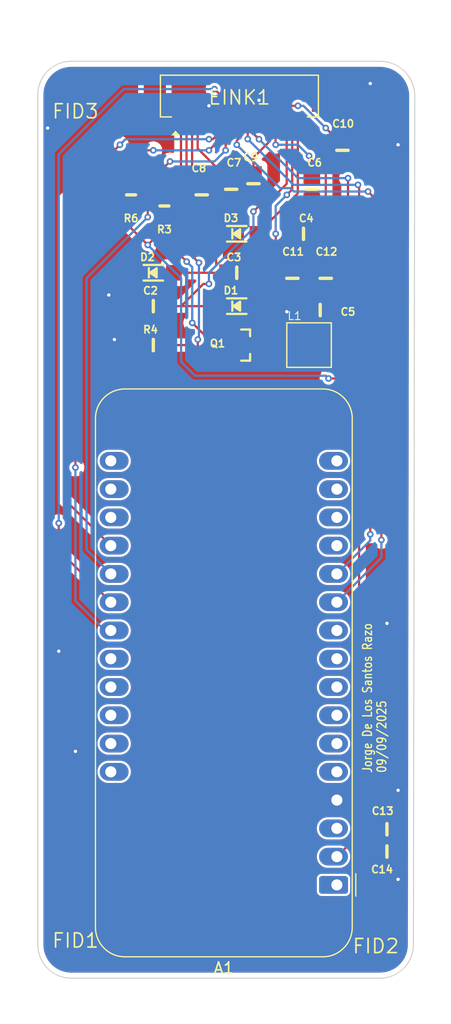
<source format=kicad_pcb>
(kicad_pcb (version 20241229) (generator "pcbnew") (generator_version "9.0")
  (layers (0 "F.Cu" signal) (2 "B.Cu" signal) (13 "F.Paste" user) (15 "B.Paste" user) (5 "F.SilkS" user "F.Silkscreen") (7 "B.SilkS" user "B.Silkscreen") (1 "F.Mask" user) (3 "B.Mask" user) (25 "Edge.Cuts" user))
  (net 0 "")
  (net 3 "3.3V")
  (net 5 "GND")
  (net 8 "/DISPCS")
  (net 14 "/DC")
  (net 18 "/BUSY")
  (net 22 "/MOSI")
  (net 24 "/SCLK")
  (net 26 "/RESET")
  (net 27 "/VGH")
  (net 28 "Net-(L1-1)")
  (net 29 "Net-(C3-Pad2)")
  (net 30 "/VGL")
  (net 31 "Net-(EINK1-VPP)")
  (net 32 "Net-(EINK1-VSH2)")
  (net 33 "Net-(EINK1-VGL{slash}NC)")
  (net 34 "Net-(EINK1-VDD)")
  (net 35 "Net-(EINK1-VSH1)")
  (net 36 "Net-(EINK1-VSL)")
  (net 37 "Net-(EINK1-VCOM)")
  (net 38 "/RESE")
  (net 39 "/TSDA")
  (net 40 "/GDR")
  (net 41 "/TSCL")
  (footprint "Adafruit eInk Breakout Friend:SOD-123" (layer "F.Cu") (at 120 73.5)
    (property "Reference" "D2" (at -1.27 -1.016 0) (layer "F.SilkS") (effects (font (size 0.666496 0.666496) (thickness 0.146304)) (justify left bottom)))
    (property "Value" "MBR0530")
    (fp_line (start -0.873 -0.7) (end 0.873 -0.7) (stroke (width 0.2032)) (layer "F.SilkS"))
    (fp_line (start -0.3 0) (end 0.3 -0.4) (stroke (width 0.2032)) (layer "F.SilkS"))
    (fp_line (start 0.3 -0.4) (end 0.3 0.4) (stroke (width 0.2032)) (layer "F.SilkS"))
    (fp_line (start 0.3 0.4) (end -0.3 0) (stroke (width 0.2032)) (layer "F.SilkS"))
    (fp_line (start 0.873 0.7) (end -0.873 0.7) (stroke (width 0.2032)) (layer "F.SilkS"))
    (fp_poly (pts (xy 0.3016 0.389841) (xy -0.283162 0) (xy 0.3016 -0.389841)) (fill yes) (layer "F.SilkS"))
    (fp_poly (pts (xy -0.5 0.5) (xy -0.3 0.5) (xy -0.3 -0.5) (xy -0.5 -0.5)) (fill yes) (layer "F.SilkS"))
    (pad "A" smd rect (at 1.85 0 90) (size 1.4 1.4) (layers "F.Cu" "F.Mask" "F.Paste") (net 29 "Net-(C3-Pad2)"))
    (pad "C" smd rect (at -1.85 0 90) (size 1.4 1.4) (layers "F.Cu" "F.Mask" "F.Paste") (net 5 "GND"))
  )
  (footprint "Adafruit eInk Breakout Friend:0805-NO" (layer "F.Cu") (at 135.5 74 90)
    (property "Reference" "C12" (at 2 -1 0) (layer "F.SilkS") (effects (font (size 0.666496 0.666496) (thickness 0.146304)) (justify left bottom)))
    (property "Value" "1uF")
    (fp_line (start 0 -0.508) (end 0 0.508) (stroke (width 0.3048)) (layer "F.SilkS"))
    (pad "1" smd rect (at -0.95 0 90) (size 1.24 1.5) (layers "F.Cu" "F.Mask" "F.Paste") (net 5 "GND"))
    (pad "2" smd rect (at 0.95 0 90) (size 1.24 1.5) (layers "F.Cu" "F.Mask" "F.Paste") (net 37 "Net-(EINK1-VCOM)"))
  )
  (footprint "Adafruit eInk Breakout Friend:FIDUCIAL_1MM" (layer "F.Cu") (at 140 132)
    (property "Reference" "FID2" (at 0 2 0) (layer "F.SilkS") (effects (font (size 1.27 1.27))))
    (property "Value" "FIDUCIAL_1MM")
    (pad "1" smd roundrect (at 0 0) (size 1 1) (layers "F.Cu" "F.Mask") (roundrect_rratio 0.5))
  )
  (footprint "Adafruit eInk Breakout Friend:0805-NO" (layer "F.Cu") (at 129 65.5 90)
    (property "Reference" "C9" (at 2 -1 0) (layer "F.SilkS") (effects (font (size 0.666496 0.666496) (thickness 0.146304)) (justify left bottom)))
    (property "Value" "1uF")
    (fp_line (start 0 -0.508) (end 0 0.508) (stroke (width 0.3048)) (layer "F.SilkS"))
    (pad "1" smd rect (at -0.95 0 90) (size 1.24 1.5) (layers "F.Cu" "F.Mask" "F.Paste") (net 5 "GND"))
    (pad "2" smd rect (at 0.95 0 90) (size 1.24 1.5) (layers "F.Cu" "F.Mask" "F.Paste") (net 34 "Net-(EINK1-VDD)"))
  )
  (footprint "Adafruit eInk Breakout Friend:0805-NO" (layer "F.Cu") (at 137 62.5 90)
    (property "Reference" "C10" (at 2 -1 0) (layer "F.SilkS") (effects (font (size 0.666496 0.666496) (thickness 0.146304)) (justify left bottom)))
    (property "Value" "1uF")
    (fp_line (start 0 -0.508) (end 0 0.508) (stroke (width 0.3048)) (layer "F.SilkS"))
    (pad "1" smd rect (at -0.95 0 90) (size 1.24 1.5) (layers "F.Cu" "F.Mask" "F.Paste") (net 5 "GND"))
    (pad "2" smd rect (at 0.95 0 90) (size 1.24 1.5) (layers "F.Cu" "F.Mask" "F.Paste") (net 35 "Net-(EINK1-VSH1)"))
  )
  (footprint "Adafruit eInk Breakout Friend:0805-NO" (layer "F.Cu") (at 133.5 70)
    (property "Reference" "C4" (at -0.5 -1 0) (layer "F.SilkS") (effects (font (size 0.666496 0.666496) (thickness 0.146304)) (justify left bottom)))
    (property "Value" "1uF")
    (fp_line (start 0 -0.508) (end 0 0.508) (stroke (width 0.3048)) (layer "F.SilkS"))
    (pad "1" smd rect (at -0.95 0) (size 1.24 1.5) (layers "F.Cu" "F.Mask" "F.Paste") (net 30 "/VGL"))
    (pad "2" smd rect (at 0.95 0) (size 1.24 1.5) (layers "F.Cu" "F.Mask" "F.Paste") (net 5 "GND"))
  )
  (footprint "Adafruit eInk Breakout Friend:SOD-123" (layer "F.Cu") (at 127.5 76.5)
    (property "Reference" "D1" (at -1.27 -1.016 0) (layer "F.SilkS") (effects (font (size 0.666496 0.666496) (thickness 0.146304)) (justify left bottom)))
    (property "Value" "MBR0530")
    (fp_line (start -0.873 -0.7) (end 0.873 -0.7) (stroke (width 0.2032)) (layer "F.SilkS"))
    (fp_line (start -0.3 0) (end 0.3 -0.4) (stroke (width 0.2032)) (layer "F.SilkS"))
    (fp_line (start 0.3 -0.4) (end 0.3 0.4) (stroke (width 0.2032)) (layer "F.SilkS"))
    (fp_line (start 0.3 0.4) (end -0.3 0) (stroke (width 0.2032)) (layer "F.SilkS"))
    (fp_line (start 0.873 0.7) (end -0.873 0.7) (stroke (width 0.2032)) (layer "F.SilkS"))
    (fp_poly (pts (xy 0.3016 0.389841) (xy -0.283162 0) (xy 0.3016 -0.389841)) (fill yes) (layer "F.SilkS"))
    (fp_poly (pts (xy -0.5 0.5) (xy -0.3 0.5) (xy -0.3 -0.5) (xy -0.5 -0.5)) (fill yes) (layer "F.SilkS"))
    (pad "A" smd rect (at 1.85 0 90) (size 1.4 1.4) (layers "F.Cu" "F.Mask" "F.Paste") (net 28 "Net-(L1-1)"))
    (pad "C" smd rect (at -1.85 0 90) (size 1.4 1.4) (layers "F.Cu" "F.Mask" "F.Paste") (net 27 "/VGH"))
  )
  (footprint "Adafruit eInk Breakout Friend:FIDUCIAL_1MM" (layer "F.Cu") (at 113 57)
    (property "Reference" "FID3" (at 0 2 0) (layer "F.SilkS") (effects (font (size 1.27 1.27))))
    (property "Value" "FIDUCIAL_1MM")
    (pad "1" smd roundrect (at 0 0) (size 1 1) (layers "F.Cu" "F.Mask") (roundrect_rratio 0.5))
  )
  (footprint "Adafruit eInk Breakout Friend:0603-NO" (layer "F.Cu") (at 118 66.5 -90)
    (property "Reference" "R6" (at 2.5 0.75 0) (layer "F.SilkS") (effects (font (size 0.666496 0.666496) (thickness 0.146304)) (justify left bottom)))
    (property "Value" "100K")
    (fp_line (start 0 -0.4) (end 0 0.4) (stroke (width 0.3048)) (layer "F.SilkS"))
    (pad "1" smd rect (at -0.85 0 270) (size 1.075 1) (layers "F.Cu" "F.Mask" "F.Paste") (net 26 "/RESET"))
    (pad "2" smd rect (at 0.85 0 270) (size 1.075 1) (layers "F.Cu" "F.Mask" "F.Paste") (net 3 "3.3V"))
  )
  (footprint "Adafruit eInk Breakout Friend:0805-NO" (layer "F.Cu") (at 124.35 66.5 90)
    (property "Reference" "C8" (at 2 -1 0) (layer "F.SilkS") (effects (font (size 0.666496 0.666496) (thickness 0.146304)) (justify left bottom)))
    (property "Value" "1uF")
    (fp_line (start 0 -0.508) (end 0 0.508) (stroke (width 0.3048)) (layer "F.SilkS"))
    (pad "1" smd rect (at -0.95 0 90) (size 1.24 1.5) (layers "F.Cu" "F.Mask" "F.Paste") (net 5 "GND"))
    (pad "2" smd rect (at 0.95 0 90) (size 1.24 1.5) (layers "F.Cu" "F.Mask" "F.Paste") (net 33 "Net-(EINK1-VGL{slash}NC)"))
  )
  (footprint "Module:Adafruit_Feather" (layer "F.Cu") (at 136.5 128.5 180)
    (property "Reference" "A1" (at 10.16 -7.46 0) (layer "F.SilkS"))
    (property "Value" "Adafruit_Feather_HUZZAH32_ESP32")
    (fp_line (start 21.7 -3.81) (end 21.7 41.91) (stroke (width 0.12)) (layer "F.SilkS"))
    (fp_line (start 19.05 44.56) (end 1.27 44.56) (stroke (width 0.12)) (layer "F.SilkS"))
    (fp_line (start 19.05 -6.46) (end 1.27 -6.46) (stroke (width 0.12)) (layer "F.SilkS"))
    (fp_line (start -1.38 -3.81) (end -1.38 41.91) (stroke (width 0.12)) (layer "F.SilkS"))
    (fp_line (start -1.7 1) (end -1.7 -1) (stroke (width 0.12)) (layer "F.SilkS"))
    (fp_arc (start 21.7 41.91) (mid 20.923833 43.783833) (end 19.05 44.56) (stroke (width 0.12)) (layer "F.SilkS"))
    (fp_arc (start 19.05 -6.46) (mid 20.923833 -5.683833) (end 21.7 -3.81) (stroke (width 0.12)) (layer "F.SilkS"))
    (fp_arc (start 1.27 44.56) (mid -0.603833 43.783833) (end -1.38 41.91) (stroke (width 0.12)) (layer "F.SilkS"))
    (fp_arc (start -1.38 -3.81) (mid -0.603833 -5.683833) (end 1.27 -6.46) (stroke (width 0.12)) (layer "F.SilkS"))
    (pad "1" thru_hole roundrect (at 0 0 180) (size 2.6 1.6) (drill 1 (offset 0.3 0)) (layers "*.Cu" "*.Mask") (roundrect_rratio 0.15625))
    (pad "2" thru_hole oval (at 0 2.54 180) (size 2.6 1.6) (drill 1 (offset 0.3 0)) (layers "*.Cu" "*.Mask") (net 3 "3.3V"))
    (pad "3" thru_hole oval (at 0 5.08 180) (size 2.6 1.6) (drill 1 (offset 0.3 0)) (layers "*.Cu" "*.Mask"))
    (pad "4" thru_hole oval (at 0 7.62 180) (size 2.6 1.6) (drill 1 (offset 0.3 0)) (layers "*.Cu" "*.Mask") (net 5 "GND"))
    (pad "5" thru_hole oval (at 0 10.16 180) (size 2.6 1.6) (drill 1 (offset 0.3 0)) (layers "*.Cu" "*.Mask"))
    (pad "6" thru_hole oval (at 0 12.7 180) (size 2.6 1.6) (drill 1 (offset 0.3 0)) (layers "*.Cu" "*.Mask"))
    (pad "7" thru_hole oval (at 0 15.24 180) (size 2.6 1.6) (drill 1 (offset 0.3 0)) (layers "*.Cu" "*.Mask"))
    (pad "8" thru_hole oval (at 0 17.78 180) (size 2.6 1.6) (drill 1 (offset 0.3 0)) (layers "*.Cu" "*.Mask"))
    (pad "9" thru_hole oval (at 0 20.32 180) (size 2.6 1.6) (drill 1 (offset 0.3 0)) (layers "*.Cu" "*.Mask"))
    (pad "10" thru_hole oval (at 0 22.86 180) (size 2.6 1.6) (drill 1 (offset 0.3 0)) (layers "*.Cu" "*.Mask"))
    (pad "11" thru_hole oval (at 0 25.4 180) (size 2.6 1.6) (drill 1 (offset 0.3 0)) (layers "*.Cu" "*.Mask") (net 24 "/SCLK"))
    (pad "12" thru_hole oval (at 0 27.94 180) (size 2.6 1.6) (drill 1 (offset 0.3 0)) (layers "*.Cu" "*.Mask") (net 22 "/MOSI"))
    (pad "13" thru_hole oval (at 0 30.48 180) (size 2.6 1.6) (drill 1 (offset 0.3 0)) (layers "*.Cu" "*.Mask"))
    (pad "14" thru_hole oval (at 0 33.02 180) (size 2.6 1.6) (drill 1 (offset 0.3 0)) (layers "*.Cu" "*.Mask"))
    (pad "15" thru_hole oval (at 0 35.56 180) (size 2.6 1.6) (drill 1 (offset 0.3 0)) (layers "*.Cu" "*.Mask"))
    (pad "16" thru_hole oval (at 0 38.1 180) (size 2.6 1.6) (drill 1 (offset 0.3 0)) (layers "*.Cu" "*.Mask"))
    (pad "17" thru_hole oval (at 20.32 38.1) (size 2.6 1.6) (drill 1 (offset 0.3 0)) (layers "*.Cu" "*.Mask"))
    (pad "18" thru_hole oval (at 20.32 35.56) (size 2.6 1.6) (drill 1 (offset 0.3 0)) (layers "*.Cu" "*.Mask"))
    (pad "19" thru_hole oval (at 20.32 33.02) (size 2.6 1.6) (drill 1 (offset 0.3 0)) (layers "*.Cu" "*.Mask"))
    (pad "20" thru_hole oval (at 20.32 30.48) (size 2.6 1.6) (drill 1 (offset 0.3 0)) (layers "*.Cu" "*.Mask") (net 18 "/BUSY"))
    (pad "21" thru_hole oval (at 20.32 27.94) (size 2.6 1.6) (drill 1 (offset 0.3 0)) (layers "*.Cu" "*.Mask") (net 8 "/DISPCS"))
    (pad "22" thru_hole oval (at 20.32 25.4) (size 2.6 1.6) (drill 1 (offset 0.3 0)) (layers "*.Cu" "*.Mask") (net 14 "/DC"))
    (pad "23" thru_hole oval (at 20.32 22.86) (size 2.6 1.6) (drill 1 (offset 0.3 0)) (layers "*.Cu" "*.Mask") (net 26 "/RESET"))
    (pad "24" thru_hole oval (at 20.32 20.32) (size 2.6 1.6) (drill 1 (offset 0.3 0)) (layers "*.Cu" "*.Mask"))
    (pad "25" thru_hole oval (at 20.32 17.78) (size 2.6 1.6) (drill 1 (offset 0.3 0)) (layers "*.Cu" "*.Mask"))
    (pad "26" thru_hole oval (at 20.32 15.24) (size 2.6 1.6) (drill 1 (offset 0.3 0)) (layers "*.Cu" "*.Mask"))
    (pad "27" thru_hole oval (at 20.32 12.7) (size 2.6 1.6) (drill 1 (offset 0.3 0)) (layers "*.Cu" "*.Mask"))
    (pad "28" thru_hole oval (at 20.32 10.16) (size 2.6 1.6) (drill 1 (offset 0.3 0)) (layers "*.Cu" "*.Mask"))
  )
  (footprint "Adafruit eInk Breakout Friend:0805-NO" (layer "F.Cu") (at 141 125.5 180)
    (property "Reference" "C14" (at 1.5 -2 0) (layer "F.SilkS") (effects (font (size 0.666496 0.666496) (thickness 0.146304)) (justify left bottom)))
    (property "Value" "10uF")
    (fp_line (start 0 -0.508) (end 0 0.508) (stroke (width 0.3048)) (layer "F.SilkS"))
    (pad "1" smd rect (at -0.95 0 180) (size 1.24 1.5) (layers "F.Cu" "F.Mask" "F.Paste") (net 5 "GND"))
    (pad "2" smd rect (at 0.95 0 180) (size 1.24 1.5) (layers "F.Cu" "F.Mask" "F.Paste") (net 3 "3.3V"))
  )
  (footprint "Adafruit eInk Breakout Friend:0805-NO" (layer "F.Cu") (at 120 76.5 180)
    (property "Reference" "C2" (at 1 1 0) (layer "F.SilkS") (effects (font (size 0.666496 0.666496) (thickness 0.146304)) (justify left bottom)))
    (property "Value" "1uF")
    (fp_line (start 0 -0.508) (end 0 0.508) (stroke (width 0.3048)) (layer "F.SilkS"))
    (pad "1" smd rect (at -0.95 0 180) (size 1.24 1.5) (layers "F.Cu" "F.Mask" "F.Paste") (net 27 "/VGH"))
    (pad "2" smd rect (at 0.95 0 180) (size 1.24 1.5) (layers "F.Cu" "F.Mask" "F.Paste") (net 5 "GND"))
  )
  (footprint "Adafruit eInk Breakout Friend:SOD-123" (layer "F.Cu") (at 127.5 70)
    (property "Reference" "D3" (at -1.27 -1.016 0) (layer "F.SilkS") (effects (font (size 0.666496 0.666496) (thickness 0.146304)) (justify left bottom)))
    (property "Value" "MBR0530")
    (fp_line (start -0.873 -0.7) (end 0.873 -0.7) (stroke (width 0.2032)) (layer "F.SilkS"))
    (fp_line (start -0.3 0) (end 0.3 -0.4) (stroke (width 0.2032)) (layer "F.SilkS"))
    (fp_line (start 0.3 -0.4) (end 0.3 0.4) (stroke (width 0.2032)) (layer "F.SilkS"))
    (fp_line (start 0.3 0.4) (end -0.3 0) (stroke (width 0.2032)) (layer "F.SilkS"))
    (fp_line (start 0.873 0.7) (end -0.873 0.7) (stroke (width 0.2032)) (layer "F.SilkS"))
    (fp_poly (pts (xy 0.3016 0.389841) (xy -0.283162 0) (xy 0.3016 -0.389841)) (fill yes) (layer "F.SilkS"))
    (fp_poly (pts (xy -0.5 0.5) (xy -0.3 0.5) (xy -0.3 -0.5) (xy -0.5 -0.5)) (fill yes) (layer "F.SilkS"))
    (pad "A" smd rect (at 1.85 0 90) (size 1.4 1.4) (layers "F.Cu" "F.Mask" "F.Paste") (net 30 "/VGL"))
    (pad "C" smd rect (at -1.85 0 90) (size 1.4 1.4) (layers "F.Cu" "F.Mask" "F.Paste") (net 29 "Net-(C3-Pad2)"))
  )
  (footprint "Adafruit eInk Breakout Friend:0805-NO" (layer "F.Cu") (at 127 66 90)
    (property "Reference" "C7" (at 2 -0.5 0) (layer "F.SilkS") (effects (font (size 0.666496 0.666496) (thickness 0.146304)) (justify left bottom)))
    (property "Value" "1uF")
    (fp_line (start 0 -0.508) (end 0 0.508) (stroke (width 0.3048)) (layer "F.SilkS"))
    (pad "1" smd rect (at -0.95 0 90) (size 1.24 1.5) (layers "F.Cu" "F.Mask" "F.Paste") (net 5 "GND"))
    (pad "2" smd rect (at 0.95 0 90) (size 1.24 1.5) (layers "F.Cu" "F.Mask" "F.Paste") (net 32 "Net-(EINK1-VSH2)"))
  )
  (footprint "Adafruit eInk Breakout Friend:0805-NO" (layer "F.Cu") (at 135 76.85)
    (property "Reference" "C5" (at 1.75 0.55 0) (layer "F.SilkS") (effects (font (size 0.666496 0.666496) (thickness 0.146304)) (justify left bottom)))
    (property "Value" "10uF")
    (fp_line (start 0 -0.508) (end 0 0.508) (stroke (width 0.3048)) (layer "F.SilkS"))
    (pad "1" smd rect (at -0.95 0) (size 1.24 1.5) (layers "F.Cu" "F.Mask" "F.Paste") (net 5 "GND"))
    (pad "2" smd rect (at 0.95 0) (size 1.24 1.5) (layers "F.Cu" "F.Mask" "F.Paste") (net 3 "3.3V"))
  )
  (footprint "Adafruit eInk Breakout Friend:0805-NO" (layer "F.Cu") (at 141 123.5 180)
    (property "Reference" "C13" (at 1.45 1.25 0) (layer "F.SilkS") (effects (font (size 0.666496 0.666496) (thickness 0.146304)) (justify left bottom)))
    (property "Value" "0.1uF")
    (fp_line (start 0 -0.508) (end 0 0.508) (stroke (width 0.3048)) (layer "F.SilkS"))
    (pad "1" smd rect (at -0.95 0 180) (size 1.24 1.5) (layers "F.Cu" "F.Mask" "F.Paste") (net 5 "GND"))
    (pad "2" smd rect (at 0.95 0 180) (size 1.24 1.5) (layers "F.Cu" "F.Mask" "F.Paste") (net 3 "3.3V"))
  )
  (footprint "Adafruit eInk Breakout Friend:0805-NO" (layer "F.Cu") (at 132.5 74 90)
    (property "Reference" "C11" (at 2 -1 0) (layer "F.SilkS") (effects (font (size 0.666496 0.666496) (thickness 0.146304)) (justify left bottom)))
    (property "Value" "1uF")
    (fp_line (start 0 -0.508) (end 0 0.508) (stroke (width 0.3048)) (layer "F.SilkS"))
    (pad "1" smd rect (at -0.95 0 90) (size 1.24 1.5) (layers "F.Cu" "F.Mask" "F.Paste") (net 5 "GND"))
    (pad "2" smd rect (at 0.95 0 90) (size 1.24 1.5) (layers "F.Cu" "F.Mask" "F.Paste") (net 36 "Net-(EINK1-VSL)"))
  )
  (footprint "Adafruit eInk Breakout Friend:FIDUCIAL_1MM" (layer "F.Cu") (at 113 131.5)
    (property "Reference" "FID1" (at 0 2 0) (layer "F.SilkS") (effects (font (size 1.27 1.27))))
    (property "Value" "FIDUCIAL_1MM")
    (pad "1" smd roundrect (at 0 0) (size 1 1) (layers "F.Cu" "F.Mask") (roundrect_rratio 0.5))
  )
  (footprint "Adafruit eInk Breakout Friend:0805-NO" (layer "F.Cu") (at 120 80 180)
    (property "Reference" "R4" (at 1 1 0) (layer "F.SilkS") (effects (font (size 0.666496 0.666496) (thickness 0.146304)) (justify left bottom)))
    (property "Value" "0.47ohm")
    (fp_line (start 0 -0.508) (end 0 0.508) (stroke (width 0.3048)) (layer "F.SilkS"))
    (pad "1" smd rect (at -0.95 0 180) (size 1.24 1.5) (layers "F.Cu" "F.Mask" "F.Paste") (net 38 "/RESE"))
    (pad "2" smd rect (at 0.95 0 180) (size 1.24 1.5) (layers "F.Cu" "F.Mask" "F.Paste") (net 5 "GND"))
  )
  (footprint "Adafruit eInk Breakout Friend:SOT23-3" (layer "F.Cu") (at 128 80 -90)
    (property "Reference" "Q1" (at 0.25 3 0) (layer "F.SilkS") (effects (font (size 0.673888 0.673888) (thickness 0.146304) (bold yes)) (justify left bottom)))
    (property "Value" "IRLML0100")
    (fp_line (start -1.4 -0.7) (end -1.4 0.1) (stroke (width 0.2032)) (layer "F.SilkS"))
    (fp_line (start -0.8 -0.7) (end -1.4 -0.7) (stroke (width 0.2032)) (layer "F.SilkS"))
    (fp_line (start 0.8 -0.7) (end 1.4 -0.7) (stroke (width 0.2032)) (layer "F.SilkS"))
    (fp_line (start 1.4 -0.7) (end 1.4 0.1) (stroke (width 0.2032)) (layer "F.SilkS"))
    (pad "1" smd rect (at -0.95 1 270) (size 0.8 0.9) (layers "F.Cu" "F.Mask" "F.Paste") (net 40 "/GDR"))
    (pad "2" smd rect (at 0.95 1 270) (size 0.8 0.9) (layers "F.Cu" "F.Mask" "F.Paste") (net 38 "/RESE"))
    (pad "3" smd rect (at 0 -1.1 270) (size 0.8 0.9) (layers "F.Cu" "F.Mask" "F.Paste") (net 28 "Net-(L1-1)"))
  )
  (footprint "Adafruit eInk Breakout Friend:0603-NO" (layer "F.Cu") (at 121 67.5 -90)
    (property "Reference" "R3" (at 2.5 0.75 0) (layer "F.SilkS") (effects (font (size 0.666496 0.666496) (thickness 0.146304)) (justify left bottom)))
    (property "Value" "100K")
    (fp_line (start 0 -0.4) (end 0 0.4) (stroke (width 0.3048)) (layer "F.SilkS"))
    (pad "1" smd rect (at -0.85 0 270) (size 1.075 1) (layers "F.Cu" "F.Mask" "F.Paste") (net 8 "/DISPCS"))
    (pad "2" smd rect (at 0.85 0 270) (size 1.075 1) (layers "F.Cu" "F.Mask" "F.Paste") (net 3 "3.3V"))
  )
  (footprint "Adafruit eInk Breakout Friend:INDUCTOR_4X4MM_NR401" (layer "F.Cu") (at 134 80)
    (property "Reference" "L1" (at -2 -2.2 0) (layer "F.SilkS") (effects (font (size 0.715264 0.715264) (thickness 0.097536)) (justify left bottom)))
    (property "Value" "10uH")
    (fp_line (start -2 -2) (end 2 -2) (stroke (width 0.127)) (layer "F.SilkS"))
    (fp_line (start -2 2) (end -2 -2) (stroke (width 0.127)) (layer "F.SilkS"))
    (fp_line (start 2 -2) (end 2 2) (stroke (width 0.127)) (layer "F.SilkS"))
    (fp_line (start 2 2) (end -2 2) (stroke (width 0.127)) (layer "F.SilkS"))
    (pad "P$1" smd rect (at -1.4 0) (size 1.2 3.7) (layers "F.Cu" "F.Mask" "F.Paste") (net 28 "Net-(L1-1)"))
    (pad "P$2" smd rect (at 1.4 0) (size 1.2 3.7) (layers "F.Cu" "F.Mask" "F.Paste") (net 3 "3.3V"))
  )
  (footprint "Adafruit eInk Breakout Friend:0805-NO" (layer "F.Cu") (at 134.25 66 90)
    (property "Reference" "C6" (at 2 -0.5 0) (layer "F.SilkS") (effects (font (size 0.666496 0.666496) (thickness 0.146304)) (justify left bottom)))
    (property "Value" "1uF")
    (fp_line (start 0 -0.508) (end 0 0.508) (stroke (width 0.3048)) (layer "F.SilkS"))
    (pad "1" smd rect (at -0.95 0 90) (size 1.24 1.5) (layers "F.Cu" "F.Mask" "F.Paste") (net 5 "GND"))
    (pad "2" smd rect (at 0.95 0 90) (size 1.24 1.5) (layers "F.Cu" "F.Mask" "F.Paste") (net 31 "Net-(EINK1-VPP)"))
  )
  (footprint "Adafruit eInk Breakout Friend:EINK_24PIN" (layer "F.Cu") (at 127.73675 57.75)
    (property "Reference" "EINK1" (at 0 0 0) (layer "F.SilkS") (effects (font (size 1.27 1.27))))
    (property "Value" "EINK_24PIN_CONNECTOR")
    (fp_line (start -7.1 -2) (end 7.1 -2) (stroke (width 0.127)) (layer "F.SilkS"))
    (fp_line (start -7.1 1.75) (end -7.1 -2) (stroke (width 0.127)) (layer "F.SilkS"))
    (fp_line (start -6.1 1.75) (end -7.1 1.75) (stroke (width 0.127)) (layer "F.SilkS"))
    (fp_line (start 7.1 -2) (end 7.1 1.75) (stroke (width 0.127)) (layer "F.SilkS"))
    (fp_line (start 7.1 1.75) (end 6.1 1.75) (stroke (width 0.127)) (layer "F.SilkS"))
    (fp_poly (pts (xy -5.343004 3.4165) (xy -6.136996 3.4165) (xy -5.74 2.977304)) (fill yes) (layer "F.SilkS"))
    (pad "1" smd rect (at -5.75 2.25) (size 0.275 1.25) (layers "F.Cu" "F.Mask" "F.Paste"))
    (pad "2" smd rect (at -5.25 2.25) (size 0.275 1.25) (layers "F.Cu" "F.Mask" "F.Paste") (net 40 "/GDR"))
    (pad "3" smd rect (at -4.75 2.25) (size 0.275 1.25) (layers "F.Cu" "F.Mask" "F.Paste") (net 38 "/RESE"))
    (pad "4" smd rect (at -4.25 2.25) (size 0.275 1.25) (layers "F.Cu" "F.Mask" "F.Paste") (net 33 "Net-(EINK1-VGL{slash}NC)"))
    (pad "5" smd rect (at -3.75 2.25) (size 0.275 1.25) (layers "F.Cu" "F.Mask" "F.Paste") (net 32 "Net-(EINK1-VSH2)"))
    (pad "6" smd rect (at -3.25 2.25) (size 0.275 1.25) (layers "F.Cu" "F.Mask" "F.Paste") (net 41 "/TSCL"))
    (pad "7" smd rect (at -2.75 2.25) (size 0.275 1.25) (layers "F.Cu" "F.Mask" "F.Paste") (net 39 "/TSDA"))
    (pad "8" smd rect (at -2.25 2.25) (size 0.275 1.25) (layers "F.Cu" "F.Mask" "F.Paste") (net 5 "GND"))
    (pad "9" smd rect (at -1.75 2.25) (size 0.275 1.25) (layers "F.Cu" "F.Mask" "F.Paste") (net 18 "/BUSY"))
    (pad "10" smd rect (at -1.25 2.25) (size 0.275 1.25) (layers "F.Cu" "F.Mask" "F.Paste") (net 26 "/RESET"))
    (pad "11" smd rect (at -0.75 2.25) (size 0.275 1.25) (layers "F.Cu" "F.Mask" "F.Paste") (net 14 "/DC"))
    (pad "12" smd rect (at -0.25 2.25) (size 0.275 1.25) (layers "F.Cu" "F.Mask" "F.Paste") (net 8 "/DISPCS"))
    (pad "13" smd rect (at 0.25 2.25) (size 0.275 1.25) (layers "F.Cu" "F.Mask" "F.Paste") (net 24 "/SCLK"))
    (pad "14" smd rect (at 0.75 2.25) (size 0.275 1.25) (layers "F.Cu" "F.Mask" "F.Paste") (net 22 "/MOSI"))
    (pad "15" smd rect (at 1.25 2.25) (size 0.275 1.25) (layers "F.Cu" "F.Mask" "F.Paste") (net 3 "3.3V"))
    (pad "16" smd rect (at 1.75 2.25) (size 0.275 1.25) (layers "F.Cu" "F.Mask" "F.Paste") (net 3 "3.3V"))
    (pad "17" smd rect (at 2.25 2.25) (size 0.275 1.25) (layers "F.Cu" "F.Mask" "F.Paste") (net 5 "GND"))
    (pad "18" smd rect (at 2.75 2.25) (size 0.275 1.25) (layers "F.Cu" "F.Mask" "F.Paste") (net 34 "Net-(EINK1-VDD)"))
    (pad "19" smd rect (at 3.25 2.25) (size 0.275 1.25) (layers "F.Cu" "F.Mask" "F.Paste") (net 31 "Net-(EINK1-VPP)"))
    (pad "20" smd rect (at 3.75 2.25) (size 0.275 1.25) (layers "F.Cu" "F.Mask" "F.Paste") (net 35 "Net-(EINK1-VSH1)"))
    (pad "21" smd rect (at 4.25 2.25) (size 0.275 1.25) (layers "F.Cu" "F.Mask" "F.Paste") (net 27 "/VGH"))
    (pad "22" smd rect (at 4.75 2.25) (size 0.275 1.25) (layers "F.Cu" "F.Mask" "F.Paste") (net 36 "Net-(EINK1-VSL)"))
    (pad "23" smd rect (at 5.25 2.25) (size 0.275 1.25) (layers "F.Cu" "F.Mask" "F.Paste") (net 30 "/VGL"))
    (pad "24" smd rect (at 5.75 2.25) (size 0.275 1.25) (layers "F.Cu" "F.Mask" "F.Paste") (net 37 "Net-(EINK1-VCOM)"))
    (pad "SPRT1" smd rect (at -7.6 -0.21 270) (size 3 2) (layers "F.Cu" "F.Mask" "F.Paste"))
    (pad "SPRT2" smd rect (at 7.51 -0.21 270) (size 3 2) (layers "F.Cu" "F.Mask" "F.Paste"))
  )
  (footprint "Adafruit eInk Breakout Friend:0805-NO" (layer "F.Cu") (at 127.5 73.5 180)
    (property "Reference" "C3" (at 1 1 0) (layer "F.SilkS") (effects (font (size 0.666496 0.666496) (thickness 0.146304)) (justify left bottom)))
    (property "Value" "10uF")
    (fp_line (start 0 -0.508) (end 0 0.508) (stroke (width 0.3048)) (layer "F.SilkS"))
    (pad "1" smd rect (at -0.95 0 180) (size 1.24 1.5) (layers "F.Cu" "F.Mask" "F.Paste") (net 28 "Net-(L1-1)"))
    (pad "2" smd rect (at 0.95 0 180) (size 1.24 1.5) (layers "F.Cu" "F.Mask" "F.Paste") (net 29 "Net-(C3-Pad2)"))
  )
  (gr_arc (start 112.62132 136.87868) (mid 110.499994 136.000006) (end 109.62132 133.87868) (stroke (width 0.1)) (layer "Edge.Cuts"))
  (gr_line (start 112.6213 54.5) (end 140.37868 54.5) (stroke (width 0.1)) (layer "Edge.Cuts"))
  (gr_arc (start 143.37868 133.87868) (mid 142.500006 136.000006) (end 140.37868 136.87868) (stroke (width 0.1)) (layer "Edge.Cuts"))
  (gr_line (start 109.62132 133.8787) (end 109.62132 57.5) (stroke (width 0.1)) (layer "Edge.Cuts"))
  (gr_line (start 140.37868 136.878679) (end 112.62132 136.87868) (stroke (width 0.1)) (layer "Edge.Cuts"))
  (gr_arc (start 109.62132 57.5) (mid 110.499994 55.378674) (end 112.62132 54.5) (stroke (width 0.1)) (layer "Edge.Cuts"))
  (gr_arc (start 140.37868 54.5) (mid 142.585793 55.414212) (end 143.5 57.621327) (stroke (width 0.1)) (layer "Edge.Cuts"))
  (gr_line (start 143.5 57.621327) (end 143.37868 133.8787) (stroke (width 0.1)) (layer "Edge.Cuts"))
  (gr_text "Jorge De Los Santos Razo\n09/09/2025" (at 141 118.5 90) (layer "F.SilkS") (effects (font (size 0.8 0.6665) (thickness 0.125) (bold yes)) (justify left bottom)))
  (segment (start 119.5 71) (end 118 69.5) (width 0.2) (layer "F.Cu") (net 3))
  (segment (start 139 124.5) (end 137.96 124.5) (width 0.2) (layer "F.Cu") (net 3))
  (segment (start 137.45 82.05) (end 137.95 82.55) (width 0.2) (layer "F.Cu") (net 3))
  (segment (start 129.48675 60) (end 129 60) (width 0.2) (layer "F.Cu") (net 3))
  (segment (start 137.95 82.55) (end 138.325 82.925) (width 0.2) (layer "F.Cu") (net 3))
  (segment (start 138.5 124) (end 139 124.5) (width 0.2) (layer "F.Cu") (net 3))
  (segment (start 136.85 76.85) (end 135.95 76.85) (width 0.2) (layer "F.Cu") (net 3))
  (segment (start 137.75 82.75) (end 137.5 83) (width 0.2) (layer "F.Cu") (net 3))
  (segment (start 138.325 82.925) (end 138.5 83.1) (width 0.2) (layer "F.Cu") (net 3))
  (segment (start 137.5 83) (end 135.75 83) (width 0.2) (layer "F.Cu") (net 3))
  (segment (start 137.95 82.55) (end 137.75 82.75) (width 0.2) (layer "F.Cu") (net 3))
  (segment (start 128.98675 60.01325) (end 128.98675 60.98675) (width 0.2) (layer "F.Cu") (net 3))
  (segment (start 118 69.5) (end 118 67.35) (width 0.2) (layer "F.Cu") (net 3))
  (segment (start 137.5 77.5) (end 137.5 65) (width 0.2) (layer "F.Cu") (net 3))
  (segment (start 129 60) (end 128.98675 60) (width 0.2) (layer "F.Cu") (net 3))
  (segment (start 137.45 82.05) (end 137.5 82.1) (width 0.2) (layer "F.Cu") (net 3))
  (segment (start 137.96 124.5) (end 136.5 125.96) (width 0.2) (layer "F.Cu") (net 3))
  (segment (start 137.5 77.5) (end 136.85 76.85) (width 0.2) (layer "F.Cu") (net 3))
  (segment (start 137.5 82.1) (end 137.5 77.5) (width 0.2) (layer "F.Cu") (net 3))
  (segment (start 129 60) (end 128.98675 60.01325) (width 0.2) (layer "F.Cu") (net 3))
  (segment (start 140.05 124.5) (end 140.05 123.5) (width 0.2) (layer "F.Cu") (net 3))
  (segment (start 135.4 80) (end 137.45 82.05) (width 0.2) (layer "F.Cu") (net 3))
  (segment (start 139 124.5) (end 140.05 124.5) (width 0.2) (layer "F.Cu") (net 3))
  (segment (start 119.5 71) (end 121 69.5) (width 0.2) (layer "F.Cu") (net 3))
  (segment (start 121 69.5) (end 121 68.35) (width 0.2) (layer "F.Cu") (net 3))
  (segment (start 138.5 83.1) (end 138.5 86.5) (width 0.2) (layer "F.Cu") (net 3))
  (segment (start 138.5 86.5) (end 138.5 124) (width 0.2) (layer "F.Cu") (net 3))
  (segment (start 140.05 125.5) (end 140.05 124.5) (width 0.2) (layer "F.Cu") (net 3))
  (segment (start 128.98675 60.98675) (end 129.5 61.5) (width 0.2) (layer "F.Cu") (net 3))
  (via (at 129.5 61.5) (size 0.6) (drill 0.3) (layers "F.Cu" "B.Cu") (net 3))
  (via (at 119.5 71) (size 0.6) (drill 0.3) (layers "F.Cu" "B.Cu") (net 3))
  (via (at 137.5 65) (size 0.6) (drill 0.3) (layers "F.Cu" "B.Cu") (net 3))
  (via (at 135.75 83) (size 0.6) (drill 0.3) (layers "F.Cu" "B.Cu") (net 3))
  (segment (start 137.5 65) (end 133 65) (width 0.2) (layer "B.Cu") (net 3))
  (segment (start 123.75 82.75) (end 135.5 82.75) (width 0.2) (layer "B.Cu") (net 3))
  (segment (start 119.5 71) (end 122.5 74) (width 0.2) (layer "B.Cu") (net 3))
  (segment (start 133 65) (end 129.5 61.5) (width 0.2) (layer "B.Cu") (net 3))
  (segment (start 122.5 74) (end 122.5 81.5) (width 0.2) (layer "B.Cu") (net 3))
  (segment (start 135.5 82.75) (end 135.75 83) (width 0.2) (layer "B.Cu") (net 3))
  (segment (start 122.5 81.5) (end 123.75 82.75) (width 0.2) (layer "B.Cu") (net 3))
  (segment (start 125 58.5) (end 125.48675 58.98675) (width 0.2) (layer "F.Cu") (net 5))
  (segment (start 129.5 58) (end 129.98675 58.48675) (width 0.2) (layer "F.Cu") (net 5))
  (segment (start 129.98675 58.48675) (end 129.98675 60) (width 0.2) (layer "F.Cu") (net 5))
  (segment (start 125.48675 58.98675) (end 125.48675 60) (width 0.2) (layer "F.Cu") (net 5))
  (via (at 116.5 79.5) (size 0.6) (drill 0.3) (layers "F.Cu" "B.Cu") (net 5))
  (via (at 139.5 56.5) (size 0.6) (drill 0.3) (layers "F.Cu" "B.Cu") (net 5))
  (via (at 113 116.5) (size 0.6) (drill 0.3) (layers "F.Cu" "B.Cu") (net 5))
  (via (at 142 120) (size 0.6) (drill 0.3) (layers "F.Cu" "B.Cu") (net 5))
  (via (at 141 105) (size 0.6) (drill 0.3) (layers "F.Cu" "B.Cu") (net 5))
  (via (at 142 62) (size 0.6) (drill 0.3) (layers "F.Cu" "B.Cu") (net 5))
  (via (at 116 75.5) (size 0.6) (drill 0.3) (layers "F.Cu" "B.Cu") (net 5))
  (via (at 129.5 58) (size 0.6) (drill 0.3) (layers "F.Cu" "B.Cu") (net 5))
  (via (at 125 58.5) (size 0.6) (drill 0.3) (layers "F.Cu" "B.Cu") (net 5))
  (via (at 111.5 107.5) (size 0.6) (drill 0.3) (layers "F.Cu" "B.Cu") (net 5))
  (via (at 132 77) (size 0.6) (drill 0.3) (layers "F.Cu" "B.Cu") (net 5))
  (via (at 110.5 60.5) (size 0.6) (drill 0.3) (layers "F.Cu" "B.Cu") (net 5))
  (via (at 142 128) (size 0.6) (drill 0.3) (layers "F.Cu" "B.Cu") (net 5))
  (segment (start 119.5 65.5) (end 119.5 68.5) (width 0.2) (layer "F.Cu") (net 8))
  (segment (start 121.5 63.5) (end 121 64) (width 0.2) (layer "F.Cu") (net 8))
  (segment (start 127.48675 61.01325) (end 126.5 62) (width 0.2) (layer "F.Cu") (net 8))
  (segment (start 121 64) (end 119.5 65.5) (width 0.2) (layer "F.Cu") (net 8))
  (segment (start 126.5 62) (end 126.5 62.5) (width 0.2) (layer "F.Cu") (net 8))
  (segment (start 121 64) (end 121 66.65) (width 0.2) (layer "F.Cu") (net 8))
  (segment (start 127.48675 60) (end 127.48675 61.01325) (width 0.2) (layer "F.Cu") (net 8))
  (via (at 121.5 63.5) (size 0.6) (drill 0.3) (layers "F.Cu" "B.Cu") (net 8))
  (via (at 126.5 62.5) (size 0.6) (drill 0.3) (layers "F.Cu" "B.Cu") (net 8))
  (via (at 119.5 68.5) (size 0.6) (drill 0.3) (layers "F.Cu" "B.Cu") (net 8))
  (segment (start 126.5 62.5) (end 125.5 63.5) (width 0.2) (layer "B.Cu") (net 8))
  (segment (start 119.5 68.5) (end 114 74) (width 0.2) (layer "B.Cu") (net 8))
  (segment (start 114 98.38) (end 116.18 100.56) (width 0.2) (layer "B.Cu") (net 8))
  (segment (start 125.5 63.5) (end 121.5 63.5) (width 0.2) (layer "B.Cu") (net 8))
  (segment (start 114 74) (end 114 98.38) (width 0.2) (layer "B.Cu") (net 8))
  (segment (start 126.98675 58.48675) (end 125.5 57) (width 0.2) (layer "F.Cu") (net 14))
  (segment (start 111.5 98.42) (end 116.18 103.1) (width 0.2) (layer "F.Cu") (net 14))
  (segment (start 126.98675 60) (end 126.98675 58.48675) (width 0.2) (layer "F.Cu") (net 14))
  (segment (start 111.5 96) (end 111.5 98.42) (width 0.2) (layer "F.Cu") (net 14))
  (via (at 111.5 96) (size 0.6) (drill 0.3) (layers "F.Cu" "B.Cu") (net 14))
  (via (at 125.5 57) (size 0.6) (drill 0.3) (layers "F.Cu" "B.Cu") (net 14))
  (segment (start 111.5 62.849943) (end 111.5 96) (width 0.2) (layer "B.Cu") (net 14))
  (segment (start 117.349943 57) (end 111.5 62.849943) (width 0.2) (layer "B.Cu") (net 14))
  (segment (start 125.5 57) (end 117.349943 57) (width 0.2) (layer "B.Cu") (net 14))
  (segment (start 117 62) (end 112 67) (width 0.2) (layer "F.Cu") (net 18))
  (segment (start 125.98675 60) (end 125.98675 60.48675) (width 0.2) (layer "F.Cu") (net 18))
  (segment (start 125.35125 61.5) (end 125 61.5) (width 0.2) (layer "F.Cu") (net 18))
  (segment (start 126 60.5) (end 126 60.85125) (width 0.2) (layer "F.Cu") (net 18))
  (segment (start 125.98675 60.48675) (end 126 60.5) (width 0.2) (layer "F.Cu") (net 18))
  (segment (start 112 67) (end 112 93.84) (width 0.2) (layer "F.Cu") (net 18))
  (segment (start 112 93.84) (end 116.18 98.02) (width 0.2) (layer "F.Cu") (net 18))
  (segment (start 126 60.85125) (end 125.35125 61.5) (width 0.2) (layer "F.Cu") (net 18))
  (via (at 117 62) (size 0.6) (drill 0.3) (layers "F.Cu" "B.Cu") (net 18))
  (via (at 125 61.5) (size 0.6) (drill 0.3) (layers "F.Cu" "B.Cu") (net 18))
  (segment (start 125 61.5) (end 117.5 61.5) (width 0.2) (layer "B.Cu") (net 18))
  (segment (start 117.5 61.5) (end 117 62) (width 0.2) (layer "B.Cu") (net 18))
  (segment (start 138.5 65.702) (end 138.399 65.601) (width 0.2) (layer "F.Cu") (net 22))
  (segment (start 128.48675 60) (end 128.48675 61.48675) (width 0.2) (layer "F.Cu") (net 22))
  (segment (start 139.5 83.5) (end 139.5 97) (width 0.2) (layer "F.Cu") (net 22))
  (segment (start 138.5 82.5) (end 138.5 65.702) (width 0.2) (layer "F.Cu") (net 22))
  (segment (start 138.5 82.5) (end 139.5 83.5) (width 0.2) (layer "F.Cu") (net 22))
  (via (at 128.48675 61.48675) (size 0.6) (drill 0.3) (layers "F.Cu" "B.Cu") (net 22))
  (via (at 138.399 65.601) (size 0.6) (drill 0.3) (layers "F.Cu" "B.Cu") (net 22))
  (via (at 139.5 97) (size 0.6) (drill 0.3) (layers "F.Cu" "B.Cu") (net 22))
  (segment (start 132.601 65.601) (end 138.399 65.601) (width 0.2) (layer "B.Cu") (net 22))
  (segment (start 128.48675 61.48675) (end 132.601 65.601) (width 0.2) (layer "B.Cu") (net 22))
  (segment (start 139.5 97) (end 139.5 97.56) (width 0.2) (layer "B.Cu") (net 22))
  (segment (start 139.5 97.56) (end 136.5 100.56) (width 0.2) (layer "B.Cu") (net 22))
  (segment (start 139.298 66.202) (end 140.5 67.404) (width 0.2) (layer "F.Cu") (net 24))
  (segment (start 127.98675 60) (end 127.98675 61.136807) (width 0.2) (layer "F.Cu") (net 24))
  (segment (start 127.98675 61.136807) (end 127.5 61.623557) (width 0.2) (layer "F.Cu") (net 24))
  (segment (start 127.5 61.623557) (end 127.5 62) (width 0.2) (layer "F.Cu") (net 24))
  (segment (start 140.5 67.404) (end 140.5 97.5) (width 0.2) (layer "F.Cu") (net 24))
  (via (at 139.298 66.202) (size 0.6) (drill 0.3) (layers "F.Cu" "B.Cu") (net 24))
  (via (at 140.5 97.5) (size 0.6) (drill 0.3) (layers "F.Cu" "B.Cu") (net 24))
  (via (at 127.5 62) (size 0.6) (drill 0.3) (layers "F.Cu" "B.Cu") (net 24))
  (segment (start 127.5 62) (end 131.399 65.899) (width 0.2) (layer "B.Cu") (net 24))
  (segment (start 132.6349 66.202) (end 139.298 66.202) (width 0.2) (layer "B.Cu") (net 24))
  (segment (start 132.3319 65.899) (end 132.6349 66.202) (width 0.2) (layer "B.Cu") (net 24))
  (segment (start 140.5 97.5) (end 140.5 99.1) (width 0.2) (layer "B.Cu") (net 24))
  (segment (start 140.5 99.1) (end 136.5 103.1) (width 0.2) (layer "B.Cu") (net 24))
  (segment (start 131.399 65.899) (end 132.3319 65.899) (width 0.2) (layer "B.Cu") (net 24))
  (segment (start 120 62.5) (end 118.5 62.5) (width 0.2) (layer "F.Cu") (net 26))
  (segment (start 118.5 62.5) (end 118 63) (width 0.2) (layer "F.Cu") (net 26))
  (segment (start 126.48675 61.01325) (end 125 62.5) (width 0.2) (layer "F.Cu") (net 26))
  (segment (start 113 68) (end 113 91) (width 0.2) (layer "F.Cu") (net 26))
  (segment (start 126.48675 60) (end 126.48675 61.01325) (width 0.2) (layer "F.Cu") (net 26))
  (segment (start 118 63) (end 118 65.65) (width 0.2) (layer "F.Cu") (net 26))
  (segment (start 113 68) (end 118 63) (width 0.2) (layer "F.Cu") (net 26))
  (via (at 120 62.5) (size 0.6) (drill 0.3) (layers "F.Cu" "B.Cu") (net 26))
  (via (at 113 91) (size 0.6) (drill 0.3) (layers "F.Cu" "B.Cu") (net 26))
  (via (at 125 62.5) (size 0.6) (drill 0.3) (layers "F.Cu" "B.Cu") (net 26))
  (segment (start 125 62.5) (end 121 62.5) (width 0.2) (layer "B.Cu") (net 26))
  (segment (start 115.64 105.64) (end 116.18 105.64) (width 0.2) (layer "B.Cu") (net 26))
  (segment (start 121 62.5) (end 120 62.5) (width 0.2) (layer "B.Cu") (net 26))
  (segment (start 113 91) (end 113 103) (width 0.2) (layer "B.Cu") (net 26))
  (segment (start 113 103) (end 115.64 105.64) (width 0.2) (layer "B.Cu") (net 26))
  (segment (start 130 67.5) (end 131.98675 65.51325) (width 0.2) (layer "F.Cu") (net 27))
  (segment (start 120.95 76.5) (end 122.5 76.5) (width 0.2) (layer "F.Cu") (net 27))
  (segment (start 122.5 76.5) (end 124.5 74.5) (width 0.2) (layer "F.Cu") (net 27))
  (segment (start 124.5 74.5) (end 125 74.5) (width 0.2) (layer "F.Cu") (net 27))
  (segment (start 129.5 67.5) (end 130 67.5) (width 0.2) (layer "F.Cu") (net 27))
  (segment (start 131.98675 65.51325) (end 131.98675 60) (width 0.2) (layer "F.Cu") (net 27))
  (segment (start 122.5 76.5) (end 125.65 76.5) (width 0.2) (layer "F.Cu") (net 27))
  (segment (start 129 68) (end 129.5 67.5) (width 0.2) (layer "F.Cu") (net 27))
  (via (at 129 68) (size 0.6) (drill 0.3) (layers "F.Cu" "B.Cu") (net 27))
  (via (at 125 74.5) (size 0.6) (drill 0.3) (layers "F.Cu" "B.Cu") (net 27))
  (segment (start 125 73.5) (end 125 74.5) (width 0.2) (layer "B.Cu") (net 27))
  (segment (start 129 68) (end 129 69.5) (width 0.2) (layer "B.Cu") (net 27))
  (segment (start 129 69.5) (end 125 73.5) (width 0.2) (layer "B.Cu") (net 27))
  (segment (start 129.5 73.5) (end 128.45 73.5) (width 0.2) (layer "F.Cu") (net 28))
  (segment (start 131 78.15) (end 131 75) (width 0.2) (layer "F.Cu") (net 28))
  (segment (start 131 78.15) (end 129.35 76.5) (width 0.2) (layer "F.Cu") (net 28))
  (segment (start 131 80) (end 129.1 80) (width 0.2) (layer "F.Cu") (net 28))
  (segment (start 132.6 80) (end 131 80) (width 0.2) (layer "F.Cu") (net 28))
  (segment (start 131 75) (end 129.5 73.5) (width 0.2) (layer "F.Cu") (net 28))
  (segment (start 131 80) (end 131 78.15) (width 0.2) (layer "F.Cu") (net 28))
  (segment (start 125 73.5) (end 121.85 73.5) (width 0.2) (layer "F.Cu") (net 29))
  (segment (start 126.55 73.5) (end 125 73.5) (width 0.2) (layer "F.Cu") (net 29))
  (segment (start 125.65 72.85) (end 125.65 70) (width 0.2) (layer "F.Cu") (net 29))
  (segment (start 125 73.5) (end 125.65 72.85) (width 0.2) (layer "F.Cu") (net 29))
  (segment (start 129.35 70) (end 131.675 67.675) (width 0.2) (layer "F.Cu") (net 30))
  (segment (start 132.98675 66.36325) (end 132.98675 60) (width 0.2) (layer "F.Cu") (net 30))
  (segment (start 132.55 68.55) (end 131.675 67.675) (width 0.2) (layer "F.Cu") (net 30))
  (segment (start 132.55 70) (end 132.55 68.55) (width 0.2) (layer "F.Cu") (net 30))
  (segment (start 131.675 67.675) (end 132.98675 66.36325) (width 0.2) (layer "F.Cu") (net 30))
  (segment (start 134.25 63.25) (end 134.25 65.05) (width 0.2) (layer "F.Cu") (net 31))
  (segment (start 134 63) (end 134.25 63.25) (width 0.2) (layer "F.Cu") (net 31))
  (segment (start 130.98675 60) (end 130.98675 61.98675) (width 0.2) (layer "F.Cu") (net 31))
  (via (at 131 62) (size 0.6) (drill 0.3) (layers "F.Cu" "B.Cu") (net 31))
  (via (at 134 63) (size 0.6) (drill 0.3) (layers "F.Cu" "B.Cu") (net 31))
  (segment (start 133 62) (end 134 63) (width 0.2) (layer "B.Cu") (net 31))
  (segment (start 131 62) (end 133 62) (width 0.2) (layer "B.Cu") (net 31))
  (segment (start 126.700057 65.05) (end 127 65.05) (width 0.2) (layer "F.Cu") (net 32))
  (segment (start 123.98675 62.336693) (end 126.700057 65.05) (width 0.2) (layer "F.Cu") (net 32))
  (segment (start 123.98675 60) (end 123.98675 62.336693) (width 0.2) (layer "F.Cu") (net 32))
  (segment (start 123.48675 60) (end 123.48675 64.68675) (width 0.2) (layer "F.Cu") (net 33))
  (segment (start 123.48675 64.68675) (end 124.35 65.55) (width 0.2) (layer "F.Cu") (net 33))
  (segment (start 129 63.150057) (end 129 64.55) (width 0.2) (layer "F.Cu") (net 34))
  (segment (start 130.48675 60) (end 130.48675 61.663307) (width 0.2) (layer "F.Cu") (net 34))
  (segment (start 130.48675 61.663307) (end 129 63.150057) (width 0.2) (layer "F.Cu") (net 34))
  (segment (start 136.55 61.55) (end 135.5 60.5) (width 0.2) (layer "F.Cu") (net 35))
  (segment (start 131.48675 59.1355) (end 131.48675 60) (width 0.2) (layer "F.Cu") (net 35))
  (segment (start 133 58.5) (end 132.12225 58.5) (width 0.2) (layer "F.Cu") (net 35))
  (segment (start 137 61.55) (end 136.55 61.55) (width 0.2) (layer "F.Cu") (net 35))
  (segment (start 132.12225 58.5) (end 131.48675 59.1355) (width 0.2) (layer "F.Cu") (net 35))
  (via (at 133 58.5) (size 0.6) (drill 0.3) (layers "F.Cu" "B.Cu") (net 35))
  (via (at 135.5 60.5) (size 0.6) (drill 0.3) (layers "F.Cu" "B.Cu") (net 35))
  (segment (start 135.5 60.5) (end 133.5 58.5) (width 0.2) (layer "B.Cu") (net 35))
  (segment (start 133.5 58.5) (end 133 58.5) (width 0.2) (layer "B.Cu") (net 35))
  (segment (start 132 66.5) (end 132.48675 66.01325) (width 0.2) (layer "F.Cu") (net 36))
  (segment (start 131 71.55) (end 131 70) (width 0.2) (layer "F.Cu") (net 36))
  (segment (start 132.48675 66.01325) (end 132.48675 60) (width 0.2) (layer "F.Cu") (net 36))
  (segment (start 132.5 73.05) (end 131 71.55) (width 0.2) (layer "F.Cu") (net 36))
  (via (at 132 66.5) (size 0.6) (drill 0.3) (layers "F.Cu" "B.Cu") (net 36))
  (via (at 131 70) (size 0.6) (drill 0.3) (layers "F.Cu" "B.Cu") (net 36))
  (segment (start 131 70) (end 131 67.5) (width 0.2) (layer "B.Cu") (net 36))
  (segment (start 131 67.5) (end 132 66.5) (width 0.2) (layer "B.Cu") (net 36))
  (segment (start 135.5 62.01325) (end 133.48675 60) (width 0.2) (layer "F.Cu") (net 37))
  (segment (start 135.5 73.05) (end 135.5 62.01325) (width 0.2) (layer "F.Cu") (net 37))
  (segment (start 124.5 80.95) (end 124 80.45) (width 0.2) (layer "F.Cu") (net 38))
  (segment (start 124 80.45) (end 123.55 80.45) (width 0.2) (layer "F.Cu") (net 38))
  (segment (start 124.101 72.601) (end 122.98675 71.48675) (width 0.2) (layer "F.Cu") (net 38))
  (segment (start 124.5 80.95) (end 127 80.95) (width 0.2) (layer "F.Cu") (net 38))
  (segment (start 123.55 80.45) (end 123.1 80) (width 0.2) (layer "F.Cu") (net 38))
  (segment (start 122.98675 71.48675) (end 122.98675 60) (width 0.2) (layer "F.Cu") (net 38))
  (segment (start 123.1 80) (end 120.95 80) (width 0.2) (layer "F.Cu") (net 38))
  (segment (start 124 80.45) (end 124 79.5) (width 0.2) (layer "F.Cu") (net 38))
  (via (at 124.101 72.601) (size 0.6) (drill 0.3) (layers "F.Cu" "B.Cu") (net 38))
  (via (at 124 79.5) (size 0.6) (drill 0.3) (layers "F.Cu" "B.Cu") (net 38))
  (segment (start 124.101 79.399) (end 124.101 72.601) (width 0.2) (layer "B.Cu") (net 38))
  (segment (start 124 79.5) (end 124.101 79.399) (width 0.2) (layer "B.Cu") (net 38))
  (segment (start 124.55 79.05) (end 123.5 78) (width 0.2) (layer "F.Cu") (net 40))
  (segment (start 127 79.05) (end 124.55 79.05) (width 0.2) (layer "F.Cu") (net 40))
  (segment (start 122.48675 71.98675) (end 122.48675 60) (width 0.2) (layer "F.Cu") (net 40))
  (segment (start 123 72.5) (end 122.48675 71.98675) (width 0.2) (layer "F.Cu") (net 40))
  (via (at 123 72.5) (size 0.6) (drill 0.3) (layers "F.Cu" "B.Cu") (net 40))
  (via (at 123.5 78) (size 0.6) (drill 0.3) (layers "F.Cu" "B.Cu") (net 40))
  (segment (start 123.5 78) (end 123.5 73) (width 0.2) (layer "B.Cu") (net 40))
  (segment (start 123.5 73) (end 123 72.5) (width 0.2) (layer "B.Cu") (net 40))
  (zone (net 5) (net_name "GND") (layers "F.Cu" "B.Cu") (connect_pads yes (clearance 0.5)) (min_thickness 0.25) (fill yes (thermal_gap 0.5) (thermal_bridge_width 0.5))
    (polygon (pts (xy 108.5 54) (xy 144 54) (xy 145.5 139.5) (xy 108 139.5)))
  )
  (zone (net 5) (net_name "GND") (layer "B.Cu") (priority 1) (connect_pads yes (clearance 0.25)) (min_thickness 0.25) (fill yes (thermal_gap 0.5) (thermal_bridge_width 0.5))
    (polygon (pts (xy 108.00578 53.5) (xy 144.491379 53.5) (xy 146 141) (xy 107 140.5)))
  )
)
</source>
